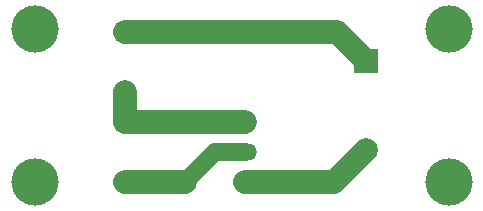
<source format=gtl>
G04*
G04 #@! TF.GenerationSoftware,Altium Limited,CircuitStudio,1.5.2 (30)*
G04*
G04 Layer_Physical_Order=1*
G04 Layer_Color=11767835*
%FSLAX25Y25*%
%MOIN*%
G70*
G01*
G75*
%ADD10C,0.07874*%
%ADD11C,0.05906*%
%ADD12O,0.07874X0.05512*%
%ADD13O,0.07874X0.05512*%
%ADD14R,0.05906X0.05906*%
%ADD15C,0.05906*%
%ADD16C,0.07874*%
%ADD17R,0.07874X0.07874*%
%ADD18C,0.15748*%
D10*
X110472Y60000D02*
X120079Y50394D01*
X109606Y10000D02*
X120079Y20472D01*
X79685Y10000D02*
X109606D01*
X59685Y60000D02*
X110472D01*
X39685D02*
X59685D01*
X39685Y10000D02*
X59685D01*
X39685Y30000D02*
Y40000D01*
Y30000D02*
X79685D01*
D11*
X69685Y20000D02*
X79685D01*
X59685Y10000D02*
X69685Y20000D01*
D12*
X79685Y30000D02*
D03*
Y20000D02*
D03*
D13*
Y10000D02*
D03*
D14*
X39685Y60000D02*
D03*
Y30000D02*
D03*
D15*
Y40000D02*
D03*
Y10000D02*
D03*
D16*
X59685D02*
D03*
Y60000D02*
D03*
X120079Y20472D02*
D03*
D17*
Y50394D02*
D03*
D18*
X9843Y61024D02*
D03*
Y9843D02*
D03*
X147638D02*
D03*
Y61024D02*
D03*
M02*

</source>
